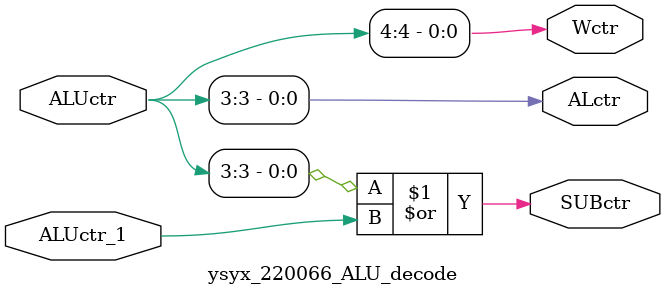
<source format=v>
module ysyx_220066_ALU(
    input [63:0] data_input,
    input [63:0] datab_input,
    input [4:0] aluctr,
    output zero,
    output [2:0] add_lowbit,
    output reg [63:0] result
    );
    wire ALctr,SUBctr,Wctr,CF,SF,OF;
    wire [63:0] Add_result;
    ysyx_220066_ALU_decode alu_decode(aluctr[4:3],aluctr[1],ALctr,SUBctr,Wctr);
    wire [31:0] data_sll;
    assign data_sll=(data_input[31:0]<<datab_input[4:0]);
    wire [31:0] data_srl;
    assign data_srl=(data_input[31:0]>>datab_input[4:0]);
    wire [31:0] data_sra;
    assign data_sra=$signed($signed(data_input[31:0])>>>$signed(datab_input[4:0]));

    ysyx_220066_Adder adder(data_input,datab_input,SUBctr,Add_result,CF,SF,OF);
    always @(*)
    case (aluctr[2:0])
        3'o0: result={Wctr?{32{Add_result[31]}}:Add_result[63:32],Add_result[31:0]};
        3'o1: result=Wctr?{{32{data_sll[31]}},data_sll}:data_input<<datab_input[5:0];
        3'o2: result={{63{1'b0}},OF^SF};
        3'o3: result={{63{1'b0}},CF};
        3'o4: result=data_input^datab_input;
        3'o5: result=~Wctr?
                    (ALctr?($signed(($signed(data_input))>>>datab_input[5:0])):data_input>>datab_input[5:0]):
                    (ALctr?{{32{data_sra[31]}},data_sra}:{{32{data_srl[31]}},data_srl});
        3'o6: result=data_input|datab_input;
        3'o7: result=({64{aluctr[3]}}|data_input)&datab_input;
    endcase

    assign zero=~|(data_input^datab_input);
    assign add_lowbit=Add_result[2:0];

    always @(*) begin
//        $display("ALU:data_input=%x,datab_input=%x,Add_result=%x,result=%x,aluctr=%b,zero=%b",data_input,datab_input,Add_result,result,aluctr,zero);
    end

endmodule

module ysyx_220066_Adder(
    input [63:0] x,
    input [63:0] y,
    input SUBctr,
    output reg [63:0] result,
    output reg CF,SF,OF
    );
    reg [63:0] y_;
    reg Ctemp,Cout;
    always @(*) begin
        y_=SUBctr?~y:y;
        {Ctemp,result[62:0]}={1'b0,x[62:0]}+{1'b0,y_[62:0]}+{{63{1'b0}},SUBctr};
        {Cout,result[63]}={1'b0,x[63]}+{1'b0,y_[63]}+{1'b0,Ctemp};
        SF=result[63];
        OF=Cout^Ctemp;
        CF=SUBctr^Cout;
    end
endmodule

module ysyx_220066_ALU_decode(
    input [4:3] ALUctr,
    input ALUctr_1,
    output ALctr,SUBctr,Wctr
    );
    assign SUBctr=ALUctr[3]|ALUctr_1;
    assign ALctr=ALUctr[3];
    assign Wctr=ALUctr[4];
endmodule

</source>
